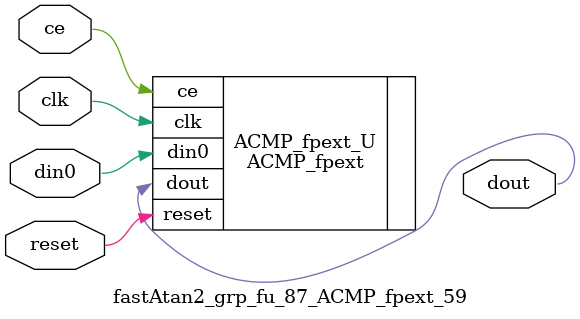
<source format=v>

`timescale 1 ns / 1 ps
module fastAtan2_grp_fu_87_ACMP_fpext_59(
    clk,
    reset,
    ce,
    din0,
    dout);

parameter ID = 32'd1;
parameter NUM_STAGE = 32'd1;
parameter din0_WIDTH = 32'd1;
parameter dout_WIDTH = 32'd1;
input clk;
input reset;
input ce;
input[din0_WIDTH - 1:0] din0;
output[dout_WIDTH - 1:0] dout;



ACMP_fpext #(
.ID( ID ),
.NUM_STAGE( 4 ),
.din0_WIDTH( din0_WIDTH ),
.dout_WIDTH( dout_WIDTH ))
ACMP_fpext_U(
    .clk( clk ),
    .reset( reset ),
    .ce( ce ),
    .din0( din0 ),
    .dout( dout ));

endmodule

</source>
